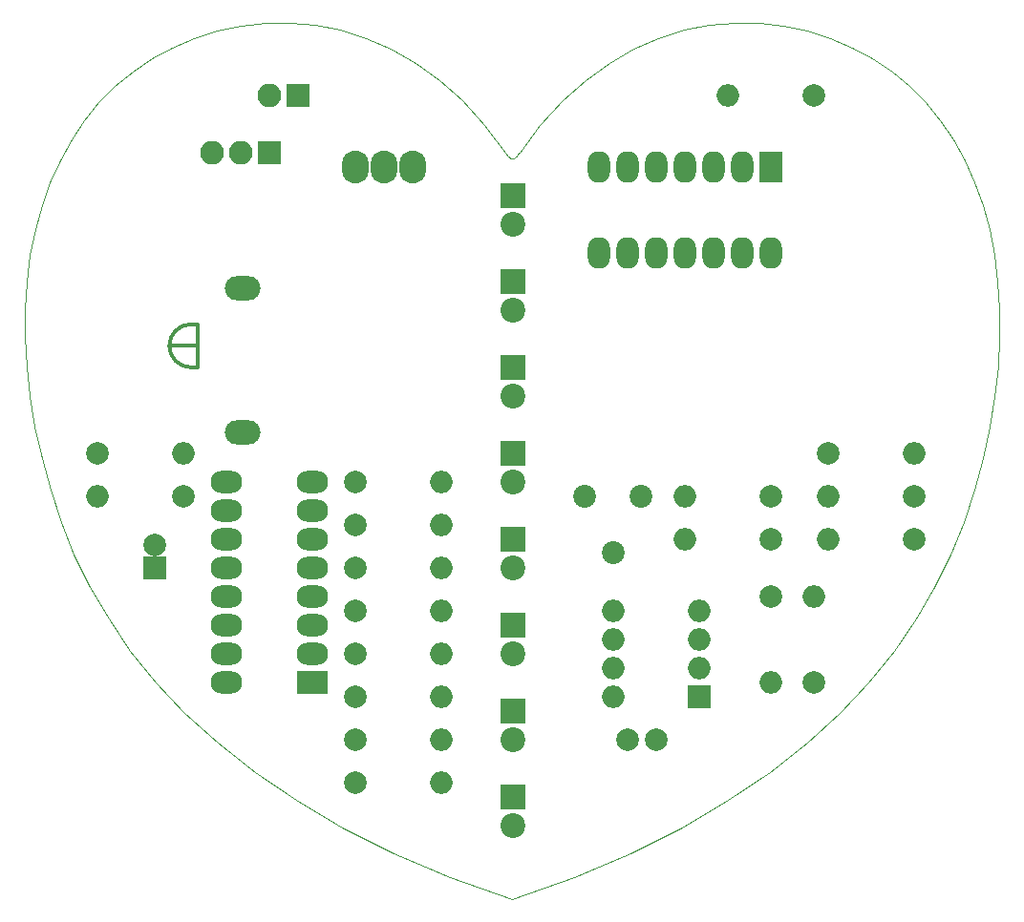
<source format=gbr>
G04 #@! TF.FileFunction,Soldermask,Bot*
%FSLAX46Y46*%
G04 Gerber Fmt 4.6, Leading zero omitted, Abs format (unit mm)*
G04 Created by KiCad (PCBNEW 4.0.7) date 11/09/18 11:24:19*
%MOMM*%
%LPD*%
G01*
G04 APERTURE LIST*
%ADD10C,0.100000*%
%ADD11C,0.300000*%
%ADD12O,3.150000X2.150000*%
%ADD13O,2.400000X2.900000*%
%ADD14R,2.100000X2.100000*%
%ADD15O,2.100000X2.100000*%
%ADD16C,2.020000*%
%ADD17C,2.000000*%
%ADD18O,2.000000X2.000000*%
%ADD19R,2.200000X2.200000*%
%ADD20C,2.200000*%
%ADD21R,2.000000X2.000000*%
%ADD22R,2.000000X2.800000*%
%ADD23O,2.000000X2.800000*%
%ADD24R,2.800000X2.000000*%
%ADD25O,2.800000X2.000000*%
G04 APERTURE END LIST*
D10*
D11*
X120650000Y-95885000D02*
X118110000Y-95885000D01*
X118110000Y-95885000D02*
G75*
G03X120015000Y-97790000I1905000J0D01*
G01*
X120015000Y-93980000D02*
G75*
G03X118110000Y-95885000I0J-1905000D01*
G01*
X120650000Y-93980000D02*
X120015000Y-93980000D01*
X120650000Y-97790000D02*
X120015000Y-97790000D01*
X120650000Y-93980000D02*
X120650000Y-97790000D01*
D10*
X149092301Y-78771685D02*
X149124258Y-78727400D01*
X149060344Y-78815736D02*
X149092301Y-78771685D01*
X149028388Y-78859320D02*
X149060344Y-78815736D01*
X148996431Y-78902206D02*
X149028388Y-78859320D01*
X148964474Y-78944159D02*
X148996431Y-78902206D01*
X148932517Y-78984946D02*
X148964474Y-78944159D01*
X148900560Y-79024335D02*
X148932517Y-78984946D01*
X148868603Y-79062091D02*
X148900560Y-79024335D01*
X148836647Y-79097983D02*
X148868603Y-79062091D01*
X148804690Y-79131777D02*
X148836647Y-79097983D01*
X148772733Y-79163239D02*
X148804690Y-79131777D01*
X148740776Y-79192137D02*
X148772733Y-79163239D01*
X148708819Y-79218237D02*
X148740776Y-79192137D01*
X148676863Y-79241307D02*
X148708819Y-79218237D01*
X148644906Y-79261113D02*
X148676863Y-79241307D01*
X148612949Y-79277422D02*
X148644906Y-79261113D01*
X148580992Y-79290001D02*
X148612949Y-79277422D01*
X148549035Y-79298617D02*
X148580992Y-79290001D01*
X148517078Y-79303037D02*
X148549035Y-79298617D01*
X148485122Y-79303037D02*
X148517078Y-79303037D01*
X148453165Y-79298617D02*
X148485122Y-79303037D01*
X148421208Y-79290001D02*
X148453165Y-79298617D01*
X148389251Y-79277422D02*
X148421208Y-79290001D01*
X148357294Y-79261113D02*
X148389251Y-79277422D01*
X148325337Y-79241307D02*
X148357294Y-79261113D01*
X148293381Y-79218237D02*
X148325337Y-79241307D01*
X148261424Y-79192137D02*
X148293381Y-79218237D01*
X148229467Y-79163239D02*
X148261424Y-79192137D01*
X148197510Y-79131777D02*
X148229467Y-79163239D01*
X148165553Y-79097983D02*
X148197510Y-79131777D01*
X148133597Y-79062091D02*
X148165553Y-79097983D01*
X148101640Y-79024335D02*
X148133597Y-79062091D01*
X148069683Y-78984946D02*
X148101640Y-79024335D01*
X148037726Y-78944159D02*
X148069683Y-78984946D01*
X148005769Y-78902206D02*
X148037726Y-78944159D01*
X147973812Y-78859320D02*
X148005769Y-78902206D01*
X147941856Y-78815736D02*
X147973812Y-78859320D01*
X147909899Y-78771685D02*
X147941856Y-78815736D01*
X147877942Y-78727400D02*
X147909899Y-78771685D01*
X146024691Y-76265210D02*
X147877942Y-78727400D01*
X144066980Y-74126681D02*
X146024691Y-76265210D01*
X142021176Y-72299991D02*
X144066980Y-74126681D01*
X139903649Y-70773315D02*
X142021176Y-72299991D01*
X137730764Y-69534830D02*
X139903649Y-70773315D01*
X135518890Y-68572714D02*
X137730764Y-69534830D01*
X133284394Y-67875143D02*
X135518890Y-68572714D01*
X131043644Y-67430294D02*
X133284394Y-67875143D01*
X128813008Y-67226344D02*
X131043644Y-67430294D01*
X126608853Y-67251469D02*
X128813008Y-67226344D01*
X124447546Y-67493847D02*
X126608853Y-67251469D01*
X122345456Y-67941653D02*
X124447546Y-67493847D01*
X120318950Y-68583065D02*
X122345456Y-67941653D01*
X118384396Y-69406260D02*
X120318950Y-68583065D01*
X116558161Y-70399414D02*
X118384396Y-69406260D01*
X114856518Y-71550739D02*
X116558161Y-70399414D01*
X113290051Y-72850505D02*
X114856518Y-71550739D01*
X111860524Y-74292176D02*
X113290051Y-72850505D01*
X110568943Y-75869492D02*
X111860524Y-74292176D01*
X109416314Y-77576191D02*
X110568943Y-75869492D01*
X108403644Y-79406012D02*
X109416314Y-77576191D01*
X107531938Y-81352693D02*
X108403644Y-79406012D01*
X106802203Y-83409973D02*
X107531938Y-81352693D01*
X106215445Y-85571591D02*
X106802203Y-83409973D01*
X105772670Y-87831286D02*
X106215445Y-85571591D01*
X105474884Y-90182796D02*
X105772670Y-87831286D01*
X105323093Y-92619860D02*
X105474884Y-90182796D01*
X105318303Y-95136217D02*
X105323093Y-92619860D01*
X105461521Y-97725605D02*
X105318303Y-95136217D01*
X105753752Y-100381763D02*
X105461521Y-97725605D01*
X106196003Y-103098430D02*
X105753752Y-100381763D01*
X106790359Y-105868984D02*
X106196003Y-103098430D01*
X107551450Y-108682610D02*
X106790359Y-105868984D01*
X108502001Y-111525785D02*
X107551450Y-108682610D01*
X109664872Y-114384945D02*
X108502001Y-111525785D01*
X111062923Y-117246524D02*
X109664872Y-114384945D01*
X112719011Y-120096954D02*
X111062923Y-117246524D01*
X114655998Y-122922671D02*
X112719011Y-120096954D01*
X116896742Y-125710108D02*
X114655998Y-122922671D01*
X119464104Y-128445699D02*
X116896742Y-125710108D01*
X122380941Y-131115878D02*
X119464104Y-128445699D01*
X125670114Y-133707078D02*
X122380941Y-131115878D01*
X129354483Y-136205735D02*
X125670114Y-133707078D01*
X133456907Y-138598282D02*
X129354483Y-136205735D01*
X138000244Y-140871152D02*
X133456907Y-138598282D01*
X143007356Y-143010780D02*
X138000244Y-140871152D01*
X148501100Y-145003600D02*
X143007356Y-143010780D01*
X150977509Y-76265210D02*
X149124258Y-78727400D01*
X152935220Y-74126681D02*
X150977509Y-76265210D01*
X154981024Y-72299991D02*
X152935220Y-74126681D01*
X157098551Y-70773315D02*
X154981024Y-72299991D01*
X159271436Y-69534830D02*
X157098551Y-70773315D01*
X161483310Y-68572714D02*
X159271436Y-69534830D01*
X163717806Y-67875143D02*
X161483310Y-68572714D01*
X165958556Y-67430294D02*
X163717806Y-67875143D01*
X168189192Y-67226344D02*
X165958556Y-67430294D01*
X170393347Y-67251469D02*
X168189192Y-67226344D01*
X172554654Y-67493847D02*
X170393347Y-67251469D01*
X174656744Y-67941653D02*
X172554654Y-67493847D01*
X176683250Y-68583065D02*
X174656744Y-67941653D01*
X178617804Y-69406260D02*
X176683250Y-68583065D01*
X180444039Y-70399414D02*
X178617804Y-69406260D01*
X182145682Y-71550739D02*
X180444039Y-70399414D01*
X183712149Y-72850505D02*
X182145682Y-71550739D01*
X185141676Y-74292176D02*
X183712149Y-72850505D01*
X186433257Y-75869492D02*
X185141676Y-74292176D01*
X187585886Y-77576191D02*
X186433257Y-75869492D01*
X188598556Y-79406012D02*
X187585886Y-77576191D01*
X189470262Y-81352693D02*
X188598556Y-79406012D01*
X190199997Y-83409973D02*
X189470262Y-81352693D01*
X190786755Y-85571591D02*
X190199997Y-83409973D01*
X191229530Y-87831286D02*
X190786755Y-85571591D01*
X191527316Y-90182796D02*
X191229530Y-87831286D01*
X191679107Y-92619860D02*
X191527316Y-90182796D01*
X191683897Y-95136217D02*
X191679107Y-92619860D01*
X191540679Y-97725605D02*
X191683897Y-95136217D01*
X191248448Y-100381763D02*
X191540679Y-97725605D01*
X190806197Y-103098430D02*
X191248448Y-100381763D01*
X190211841Y-105868984D02*
X190806197Y-103098430D01*
X189450750Y-108682610D02*
X190211841Y-105868984D01*
X188500199Y-111525785D02*
X189450750Y-108682610D01*
X187337328Y-114384945D02*
X188500199Y-111525785D01*
X185939277Y-117246524D02*
X187337328Y-114384945D01*
X184283189Y-120096954D02*
X185939277Y-117246524D01*
X182346202Y-122922671D02*
X184283189Y-120096954D01*
X180105458Y-125710108D02*
X182346202Y-122922671D01*
X177538096Y-128445699D02*
X180105458Y-125710108D01*
X174621259Y-131115878D02*
X177538096Y-128445699D01*
X171332086Y-133707078D02*
X174621259Y-131115878D01*
X167647717Y-136205735D02*
X171332086Y-133707078D01*
X163545293Y-138598282D02*
X167647717Y-136205735D01*
X159001956Y-140871152D02*
X163545293Y-138598282D01*
X153994844Y-143010780D02*
X159001956Y-140871152D01*
X148501100Y-145003600D02*
X153994844Y-143010780D01*
D12*
X124590000Y-90755000D03*
X124590000Y-103555000D03*
D13*
X139700000Y-80010000D03*
X137160000Y-80010000D03*
X134620000Y-80010000D03*
D14*
X127000000Y-78740000D03*
D15*
X124460000Y-78740000D03*
X121920000Y-78740000D03*
D16*
X159940000Y-109220000D03*
X157440000Y-114220000D03*
X154940000Y-109220000D03*
D17*
X171450000Y-118110000D03*
D18*
X171450000Y-125730000D03*
D17*
X176530000Y-105410000D03*
D18*
X184150000Y-105410000D03*
D17*
X134620000Y-107950000D03*
D18*
X142240000Y-107950000D03*
D17*
X134620000Y-111760000D03*
D18*
X142240000Y-111760000D03*
D17*
X134620000Y-115570000D03*
D18*
X142240000Y-115570000D03*
D17*
X134620000Y-119380000D03*
D18*
X142240000Y-119380000D03*
D17*
X134620000Y-123190000D03*
D18*
X142240000Y-123190000D03*
D17*
X134620000Y-127000000D03*
D18*
X142240000Y-127000000D03*
D17*
X134620000Y-130810000D03*
D18*
X142240000Y-130810000D03*
D17*
X134620000Y-134620000D03*
D18*
X142240000Y-134620000D03*
D17*
X184150000Y-109220000D03*
D18*
X176530000Y-109220000D03*
D17*
X175260000Y-125730000D03*
D18*
X175260000Y-118110000D03*
D17*
X184150000Y-113030000D03*
D18*
X176530000Y-113030000D03*
D17*
X171450000Y-113030000D03*
D18*
X163830000Y-113030000D03*
D17*
X171450000Y-109220000D03*
D18*
X163830000Y-109220000D03*
D17*
X111760000Y-105410000D03*
D18*
X119380000Y-105410000D03*
D17*
X119380000Y-109220000D03*
D18*
X111760000Y-109220000D03*
D17*
X175260000Y-73660000D03*
D18*
X167640000Y-73660000D03*
D19*
X148590000Y-82550000D03*
D20*
X148590000Y-85090000D03*
D19*
X148590000Y-90170000D03*
D20*
X148590000Y-92710000D03*
D19*
X148590000Y-97790000D03*
D20*
X148590000Y-100330000D03*
D19*
X148590000Y-105410000D03*
D20*
X148590000Y-107950000D03*
D19*
X148590000Y-113030000D03*
D20*
X148590000Y-115570000D03*
D19*
X148590000Y-120650000D03*
D20*
X148590000Y-123190000D03*
D19*
X148590000Y-128270000D03*
D20*
X148590000Y-130810000D03*
D19*
X148590000Y-135890000D03*
D20*
X148590000Y-138430000D03*
D17*
X158750000Y-130810000D03*
X161250000Y-130810000D03*
D21*
X116840000Y-115570000D03*
D17*
X116840000Y-113570000D03*
D14*
X129540000Y-73660000D03*
D15*
X127000000Y-73660000D03*
D21*
X165100000Y-127000000D03*
D18*
X157480000Y-119380000D03*
X165100000Y-124460000D03*
X157480000Y-121920000D03*
X165100000Y-121920000D03*
X157480000Y-124460000D03*
X165100000Y-119380000D03*
X157480000Y-127000000D03*
D22*
X171450000Y-80010000D03*
D23*
X156210000Y-87630000D03*
X168910000Y-80010000D03*
X158750000Y-87630000D03*
X166370000Y-80010000D03*
X161290000Y-87630000D03*
X163830000Y-80010000D03*
X163830000Y-87630000D03*
X161290000Y-80010000D03*
X166370000Y-87630000D03*
X158750000Y-80010000D03*
X168910000Y-87630000D03*
X156210000Y-80010000D03*
X171450000Y-87630000D03*
D24*
X130810000Y-125730000D03*
D25*
X123190000Y-107950000D03*
X130810000Y-123190000D03*
X123190000Y-110490000D03*
X130810000Y-120650000D03*
X123190000Y-113030000D03*
X130810000Y-118110000D03*
X123190000Y-115570000D03*
X130810000Y-115570000D03*
X123190000Y-118110000D03*
X130810000Y-113030000D03*
X123190000Y-120650000D03*
X130810000Y-110490000D03*
X123190000Y-123190000D03*
X130810000Y-107950000D03*
X123190000Y-125730000D03*
M02*

</source>
